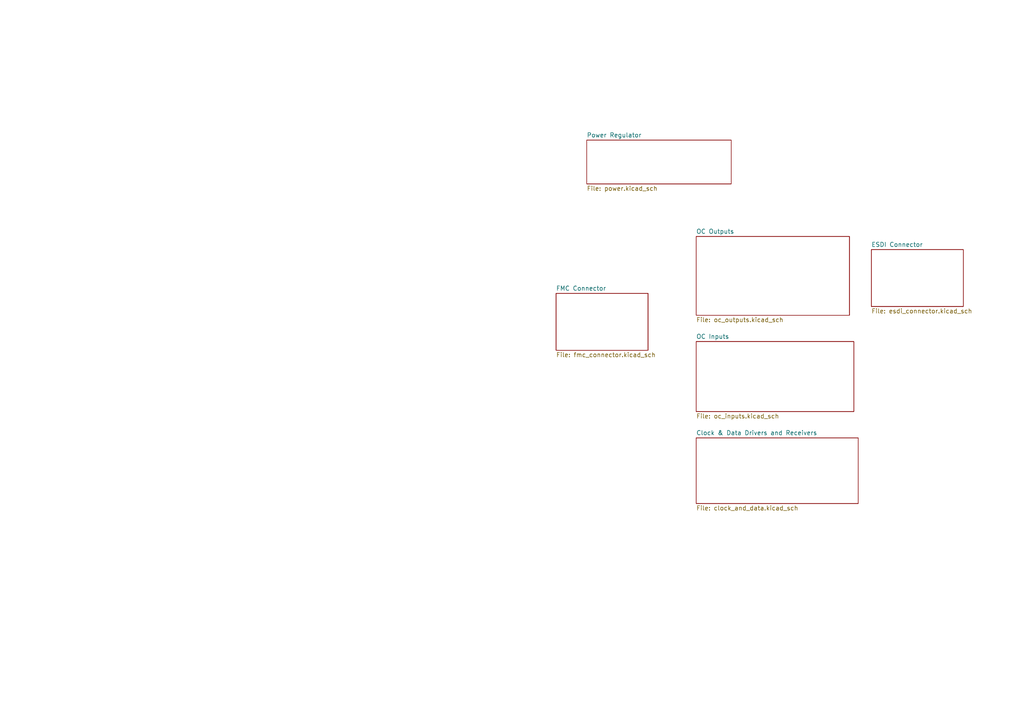
<source format=kicad_sch>
(kicad_sch
	(version 20231120)
	(generator "eeschema")
	(generator_version "8.0")
	(uuid "5573f2ee-e80c-4177-9891-e3b404cab47f")
	(paper "A4")
	(lib_symbols)
	(sheet
		(at 252.73 72.39)
		(size 26.67 16.51)
		(fields_autoplaced yes)
		(stroke
			(width 0.1524)
			(type solid)
		)
		(fill
			(color 0 0 0 0.0000)
		)
		(uuid "0b2058ba-63d5-4e56-9400-c9218af989ad")
		(property "Sheetname" "ESDI Connector"
			(at 252.73 71.6784 0)
			(effects
				(font
					(size 1.27 1.27)
				)
				(justify left bottom)
			)
		)
		(property "Sheetfile" "esdi_connector.kicad_sch"
			(at 252.73 89.4846 0)
			(effects
				(font
					(size 1.27 1.27)
				)
				(justify left top)
			)
		)
		(instances
			(project "fmc_esdi_drive"
				(path "/5573f2ee-e80c-4177-9891-e3b404cab47f"
					(page "5")
				)
			)
		)
	)
	(sheet
		(at 201.93 99.06)
		(size 45.72 20.32)
		(fields_autoplaced yes)
		(stroke
			(width 0.1524)
			(type solid)
		)
		(fill
			(color 0 0 0 0.0000)
		)
		(uuid "4cd30fe2-8141-49be-8cfe-eaa968ebddde")
		(property "Sheetname" "OC Inputs"
			(at 201.93 98.3484 0)
			(effects
				(font
					(size 1.27 1.27)
				)
				(justify left bottom)
			)
		)
		(property "Sheetfile" "oc_inputs.kicad_sch"
			(at 201.93 119.9646 0)
			(effects
				(font
					(size 1.27 1.27)
				)
				(justify left top)
			)
		)
		(instances
			(project "fmc_esdi_drive"
				(path "/5573f2ee-e80c-4177-9891-e3b404cab47f"
					(page "3")
				)
			)
		)
	)
	(sheet
		(at 170.18 40.64)
		(size 41.91 12.7)
		(fields_autoplaced yes)
		(stroke
			(width 0.1524)
			(type solid)
		)
		(fill
			(color 0 0 0 0.0000)
		)
		(uuid "8fbac595-a9ac-48ff-8cf3-984c98a39086")
		(property "Sheetname" "Power Regulator"
			(at 170.18 39.9284 0)
			(effects
				(font
					(size 1.27 1.27)
				)
				(justify left bottom)
			)
		)
		(property "Sheetfile" "power.kicad_sch"
			(at 170.18 53.9246 0)
			(effects
				(font
					(size 1.27 1.27)
				)
				(justify left top)
			)
		)
		(instances
			(project "fmc_esdi_drive"
				(path "/5573f2ee-e80c-4177-9891-e3b404cab47f"
					(page "6")
				)
			)
		)
	)
	(sheet
		(at 201.93 127)
		(size 46.99 19.05)
		(fields_autoplaced yes)
		(stroke
			(width 0.1524)
			(type solid)
		)
		(fill
			(color 0 0 0 0.0000)
		)
		(uuid "be8d5163-2e8a-4778-b8f4-fc80a96a2895")
		(property "Sheetname" "Clock & Data Drivers and Receivers"
			(at 201.93 126.2884 0)
			(effects
				(font
					(size 1.27 1.27)
				)
				(justify left bottom)
			)
		)
		(property "Sheetfile" "clock_and_data.kicad_sch"
			(at 201.93 146.6346 0)
			(effects
				(font
					(size 1.27 1.27)
				)
				(justify left top)
			)
		)
		(instances
			(project "fmc_esdi_drive"
				(path "/5573f2ee-e80c-4177-9891-e3b404cab47f"
					(page "4")
				)
			)
		)
	)
	(sheet
		(at 161.29 85.09)
		(size 26.67 16.51)
		(fields_autoplaced yes)
		(stroke
			(width 0.1524)
			(type solid)
		)
		(fill
			(color 0 0 0 0.0000)
		)
		(uuid "cf426c04-3745-4cda-8a66-0ee5961482e0")
		(property "Sheetname" "FMC Connector"
			(at 161.29 84.3784 0)
			(effects
				(font
					(size 1.27 1.27)
				)
				(justify left bottom)
			)
		)
		(property "Sheetfile" "fmc_connector.kicad_sch"
			(at 161.29 102.1846 0)
			(effects
				(font
					(size 1.27 1.27)
				)
				(justify left top)
			)
		)
		(instances
			(project "fmc_esdi_drive"
				(path "/5573f2ee-e80c-4177-9891-e3b404cab47f"
					(page "7")
				)
			)
		)
	)
	(sheet
		(at 201.93 68.58)
		(size 44.45 22.86)
		(fields_autoplaced yes)
		(stroke
			(width 0.1524)
			(type solid)
		)
		(fill
			(color 0 0 0 0.0000)
		)
		(uuid "d2c759e9-5853-4ac2-848d-95b576a1fe1c")
		(property "Sheetname" "OC Outputs"
			(at 201.93 67.8684 0)
			(effects
				(font
					(size 1.27 1.27)
				)
				(justify left bottom)
			)
		)
		(property "Sheetfile" "oc_outputs.kicad_sch"
			(at 201.93 92.0246 0)
			(effects
				(font
					(size 1.27 1.27)
				)
				(justify left top)
			)
		)
		(instances
			(project "fmc_esdi_drive"
				(path "/5573f2ee-e80c-4177-9891-e3b404cab47f"
					(page "2")
				)
			)
		)
	)
	(sheet_instances
		(path "/"
			(page "1")
		)
	)
)

</source>
